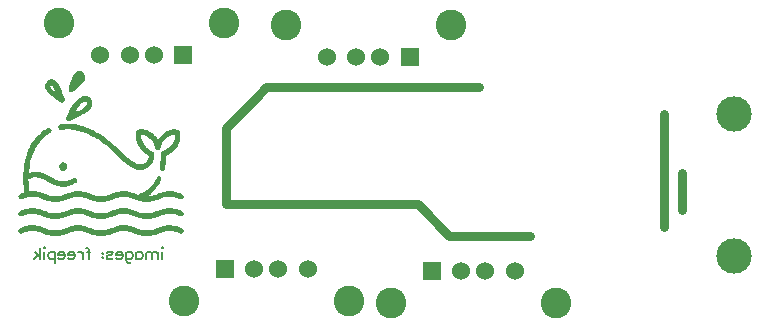
<source format=gbl>
G04 Layer: BottomLayer*
G04 EasyEDA v6.5.42, 2024-06-30 20:06:19*
G04 5c971d247c204a0cbf4ce5a758ce79e0,41c0ee39f02341fa96e3cac8100f2332,10*
G04 Gerber Generator version 0.2*
G04 Scale: 100 percent, Rotated: No, Reflected: No *
G04 Dimensions in millimeters *
G04 leading zeros omitted , absolute positions ,4 integer and 5 decimal *
%FSLAX45Y45*%
%MOMM*%

%ADD10C,0.2000*%
%ADD11C,0.8000*%
%ADD12C,3.0000*%
%ADD13C,2.6000*%
%ADD14C,1.5240*%
%ADD15R,1.5240X1.5240*%
%ADD16C,0.6200*%
%ADD17C,0.0106*%

%LPD*%
G36*
X2455265Y5080762D02*
G01*
X2444292Y5077866D01*
X2442260Y5077815D01*
X2430526Y5071414D01*
X2424480Y5066944D01*
X2412847Y5054650D01*
X2406040Y5044490D01*
X2403449Y5039969D01*
X2398166Y5029657D01*
X2391460Y5014214D01*
X2383885Y4992624D01*
X2432354Y4992624D01*
X2432354Y4994808D01*
X2439822Y5012080D01*
X2444292Y5019395D01*
X2446020Y5021326D01*
X2446020Y5022494D01*
X2452522Y5029962D01*
X2457602Y5032248D01*
X2458974Y5032248D01*
X2460396Y5029352D01*
X2459482Y5025237D01*
X2456586Y5019395D01*
X2448458Y5007610D01*
X2433726Y4991709D01*
X2432354Y4992624D01*
X2383885Y4992624D01*
X2378913Y4974539D01*
X2369566Y4934102D01*
X2367940Y4919980D01*
X2369616Y4911394D01*
X2372918Y4905959D01*
X2378049Y4901539D01*
X2384450Y4898440D01*
X2395270Y4898440D01*
X2402636Y4902504D01*
X2406700Y4905400D01*
X2412187Y4910378D01*
X2419705Y4916322D01*
X2448610Y4941570D01*
X2458669Y4950866D01*
X2483002Y4977485D01*
X2492502Y4990998D01*
X2500731Y5006848D01*
X2500731Y5009083D01*
X2502865Y5013502D01*
X2504948Y5025237D01*
X2505608Y5034076D01*
X2502916Y5047335D01*
X2499258Y5055412D01*
X2497328Y5059070D01*
X2489911Y5067960D01*
X2480564Y5074716D01*
X2477109Y5076647D01*
X2468219Y5079441D01*
X2459329Y5080558D01*
G37*
G36*
X2220112Y5009337D02*
G01*
X2214626Y5008778D01*
X2202992Y5006746D01*
X2190699Y5000396D01*
X2184552Y4995113D01*
X2179523Y4989982D01*
X2173274Y4979924D01*
X2170074Y4970830D01*
X2167839Y4963414D01*
X2167176Y4950866D01*
X2211578Y4950866D01*
X2211578Y4954371D01*
X2214321Y4960162D01*
X2215997Y4960213D01*
X2218740Y4960823D01*
X2223058Y4959654D01*
X2231847Y4951323D01*
X2245817Y4930749D01*
X2262124Y4896764D01*
X2262124Y4893259D01*
X2261362Y4893259D01*
X2246071Y4905654D01*
X2242667Y4909108D01*
X2234438Y4916373D01*
X2226513Y4924552D01*
X2216810Y4937506D01*
X2214168Y4942890D01*
X2211578Y4950866D01*
X2167176Y4950866D01*
X2166975Y4947310D01*
X2168347Y4939233D01*
X2170633Y4929682D01*
X2172665Y4924552D01*
X2178862Y4912156D01*
X2188514Y4898085D01*
X2205075Y4879949D01*
X2212594Y4873802D01*
X2213254Y4872990D01*
X2224176Y4863338D01*
X2256332Y4839970D01*
X2259736Y4838141D01*
X2265222Y4834432D01*
X2294940Y4816094D01*
X2296058Y4816094D01*
X2306015Y4810810D01*
X2313076Y4810099D01*
X2319629Y4812284D01*
X2326081Y4817059D01*
X2330653Y4823612D01*
X2332736Y4833366D01*
X2331059Y4844288D01*
X2325725Y4857038D01*
X2325725Y4858816D01*
X2323084Y4864252D01*
X2320086Y4872329D01*
X2317496Y4878374D01*
X2317496Y4879543D01*
X2309469Y4899507D01*
X2308453Y4903216D01*
X2306574Y4906111D01*
X2306574Y4907940D01*
X2289962Y4945126D01*
X2281885Y4960264D01*
X2272741Y4974539D01*
X2258466Y4991150D01*
X2247849Y4999736D01*
X2238552Y5004409D01*
X2233523Y5007254D01*
X2227630Y5007406D01*
G37*
G36*
X2505151Y4869484D02*
G01*
X2492857Y4868824D01*
X2485390Y4866081D01*
X2482748Y4866081D01*
X2470302Y4859985D01*
X2459329Y4853381D01*
X2437485Y4834585D01*
X2422347Y4817211D01*
X2414727Y4807966D01*
X2397810Y4784090D01*
X2380538Y4756150D01*
X2366239Y4729378D01*
X2419350Y4729378D01*
X2419350Y4732274D01*
X2424176Y4739589D01*
X2424176Y4740859D01*
X2426868Y4743551D01*
X2426868Y4744669D01*
X2436114Y4759096D01*
X2448915Y4777486D01*
X2450490Y4778959D01*
X2460244Y4791456D01*
X2472334Y4804105D01*
X2480005Y4810556D01*
X2487371Y4815636D01*
X2492146Y4818380D01*
X2502255Y4821986D01*
X2509266Y4821834D01*
X2512771Y4820716D01*
X2516073Y4818837D01*
X2519172Y4815789D01*
X2522677Y4807610D01*
X2521915Y4802378D01*
X2519781Y4797348D01*
X2515209Y4789982D01*
X2507792Y4781905D01*
X2497226Y4773066D01*
X2489454Y4767630D01*
X2466898Y4752848D01*
X2423109Y4730953D01*
X2419350Y4729378D01*
X2366239Y4729378D01*
X2359914Y4717186D01*
X2357170Y4712766D01*
X2351074Y4701032D01*
X2345283Y4688535D01*
X2342997Y4679137D01*
X2345029Y4669180D01*
X2350008Y4662068D01*
X2356662Y4657394D01*
X2365756Y4655616D01*
X2376525Y4658004D01*
X2377998Y4659274D01*
X2383485Y4661154D01*
X2386177Y4663135D01*
X2388260Y4663135D01*
X2393391Y4666081D01*
X2394966Y4666081D01*
X2400554Y4668875D01*
X2430627Y4681880D01*
X2464562Y4698441D01*
X2465273Y4698441D01*
X2489098Y4711293D01*
X2499664Y4717592D01*
X2503779Y4720488D01*
X2516784Y4728870D01*
X2517444Y4729734D01*
X2530449Y4739843D01*
X2544724Y4753965D01*
X2556154Y4769408D01*
X2563063Y4784648D01*
X2565806Y4792929D01*
X2566466Y4816703D01*
X2563622Y4825644D01*
X2563622Y4827676D01*
X2557526Y4840478D01*
X2552446Y4847336D01*
X2543759Y4856429D01*
X2536190Y4861306D01*
X2533192Y4862982D01*
X2526334Y4865878D01*
X2518816Y4868570D01*
G37*
G36*
X2365705Y4633518D02*
G01*
X2330145Y4632960D01*
X2319883Y4631537D01*
X2298700Y4630115D01*
X2290673Y4627067D01*
X2288946Y4625187D01*
X2285034Y4621631D01*
X2282291Y4617212D01*
X2279904Y4610608D01*
X2279954Y4602480D01*
X2283002Y4593437D01*
X2287879Y4587748D01*
X2294585Y4583379D01*
X2318512Y4583531D01*
X2342489Y4585462D01*
X2373884Y4584496D01*
X2397150Y4583074D01*
X2406700Y4580839D01*
X2412187Y4580839D01*
X2447036Y4573676D01*
X2454554Y4571898D01*
X2474417Y4566005D01*
X2482596Y4563160D01*
X2485339Y4563110D01*
X2490825Y4560265D01*
X2493264Y4560214D01*
X2498598Y4557268D01*
X2501036Y4557217D01*
X2506522Y4554372D01*
X2508554Y4554270D01*
X2514041Y4551476D01*
X2515870Y4551426D01*
X2534564Y4542739D01*
X2537968Y4541672D01*
X2540660Y4539640D01*
X2542387Y4539640D01*
X2557119Y4532172D01*
X2582418Y4518761D01*
X2596743Y4510176D01*
X2598826Y4508754D01*
X2604262Y4505858D01*
X2606344Y4504385D01*
X2614320Y4499559D01*
X2648051Y4476800D01*
X2648712Y4475988D01*
X2664460Y4464659D01*
X2678785Y4453991D01*
X2717088Y4422800D01*
X2721864Y4418279D01*
X2729738Y4411624D01*
X2745486Y4397806D01*
X2773832Y4371086D01*
X2825089Y4320082D01*
X2835351Y4310583D01*
X2852420Y4295800D01*
X2869488Y4282389D01*
X2891383Y4267657D01*
X2916682Y4254449D01*
X2923336Y4251452D01*
X2925572Y4251401D01*
X2931058Y4248556D01*
X2933750Y4248505D01*
X2937865Y4246168D01*
X2946755Y4244035D01*
X2956306Y4242511D01*
X2967939Y4240022D01*
X2989122Y4240276D01*
X3013811Y4246067D01*
X3016504Y4247692D01*
X3029356Y4253636D01*
X3044647Y4264609D01*
X3058363Y4278985D01*
X3068574Y4292955D01*
X3077362Y4309872D01*
X3080258Y4316476D01*
X3081274Y4320184D01*
X3082290Y4321657D01*
X3083966Y4327296D01*
X3085846Y4331208D01*
X3085947Y4334865D01*
X3087928Y4340758D01*
X3090976Y4355490D01*
X3090926Y4378248D01*
X3088589Y4382973D01*
X3088589Y4385157D01*
X3085541Y4390542D01*
X3080105Y4397146D01*
X3065729Y4405833D01*
X3056128Y4411065D01*
X3044139Y4419447D01*
X3032760Y4428388D01*
X3030016Y4431182D01*
X3021279Y4439259D01*
X3008985Y4453382D01*
X3004870Y4458411D01*
X2995066Y4473854D01*
X2993847Y4475327D01*
X2985414Y4493869D01*
X2979318Y4515764D01*
X2978912Y4536338D01*
X2997352Y4536795D01*
X3010306Y4533646D01*
X3014421Y4532376D01*
X3020568Y4530039D01*
X3024886Y4527854D01*
X3026257Y4527854D01*
X3032912Y4523994D01*
X3038348Y4520539D01*
X3041802Y4518710D01*
X3046780Y4515002D01*
X3057499Y4506214D01*
X3069691Y4493666D01*
X3082798Y4475835D01*
X3088233Y4466488D01*
X3091332Y4459376D01*
X3091332Y4457395D01*
X3099460Y4438548D01*
X3100374Y4431233D01*
X3104997Y4420666D01*
X3111754Y4414164D01*
X3120948Y4410811D01*
X3127248Y4411522D01*
X3132023Y4413961D01*
X3136798Y4417669D01*
X3143300Y4428185D01*
X3143351Y4430471D01*
X3145993Y4436364D01*
X3146094Y4438548D01*
X3148736Y4444441D01*
X3148787Y4446625D01*
X3151428Y4452518D01*
X3151479Y4454144D01*
X3155645Y4463542D01*
X3158947Y4469434D01*
X3159963Y4471619D01*
X3166821Y4482642D01*
X3174238Y4492193D01*
X3186023Y4504740D01*
X3193643Y4511700D01*
X3204464Y4519066D01*
X3212338Y4524095D01*
X3219653Y4527854D01*
X3220720Y4527854D01*
X3226358Y4530699D01*
X3233420Y4533747D01*
X3236772Y4533747D01*
X3245053Y4536592D01*
X3265271Y4538116D01*
X3266440Y4536338D01*
X3265779Y4522368D01*
X3263442Y4506214D01*
X3260852Y4497730D01*
X3260801Y4495901D01*
X3258159Y4490008D01*
X3258159Y4488230D01*
X3251809Y4475327D01*
X3250336Y4473295D01*
X3243630Y4460798D01*
X3229762Y4443628D01*
X3226358Y4439869D01*
X3212693Y4428134D01*
X3205835Y4422851D01*
X3182620Y4410252D01*
X3179572Y4410252D01*
X3172612Y4407306D01*
X3170580Y4407306D01*
X3164840Y4404512D01*
X3160471Y4403547D01*
X3158845Y4401413D01*
X3157169Y4401413D01*
X3150057Y4394098D01*
X3146044Y4384852D01*
X3145282Y4338574D01*
X3143961Y4327550D01*
X3142589Y4302506D01*
X3140456Y4287113D01*
X3137509Y4269435D01*
X3137458Y4248861D01*
X3139998Y4243933D01*
X3145536Y4237431D01*
X3152292Y4233773D01*
X3164535Y4233773D01*
X3172510Y4238142D01*
X3178149Y4245203D01*
X3179673Y4251045D01*
X3180892Y4252671D01*
X3182315Y4267657D01*
X3183585Y4271213D01*
X3184956Y4285640D01*
X3186379Y4290771D01*
X3187750Y4316476D01*
X3189224Y4325315D01*
X3189681Y4361891D01*
X3190494Y4362704D01*
X3201568Y4366869D01*
X3221888Y4377283D01*
X3226358Y4380484D01*
X3229762Y4382312D01*
X3240024Y4389932D01*
X3253028Y4400905D01*
X3266490Y4415028D01*
X3279698Y4432655D01*
X3287877Y4445914D01*
X3292297Y4454702D01*
X3298494Y4468368D01*
X3304743Y4487824D01*
X3307334Y4496612D01*
X3307334Y4500270D01*
X3309975Y4512056D01*
X3311651Y4537811D01*
X3309975Y4553610D01*
X3306876Y4563059D01*
X3304641Y4566818D01*
X3304641Y4567986D01*
X3298240Y4575810D01*
X3292805Y4579518D01*
X3286607Y4583023D01*
X3277768Y4584547D01*
X3275584Y4585766D01*
X3259836Y4586630D01*
X3246831Y4585360D01*
X3235248Y4583633D01*
X3224276Y4580737D01*
X3214725Y4577689D01*
X3208883Y4574946D01*
X3207461Y4574946D01*
X3195828Y4569053D01*
X3195218Y4569053D01*
X3180537Y4559858D01*
X3172358Y4554118D01*
X3165043Y4547717D01*
X3164128Y4547666D01*
X3152495Y4535881D01*
X3140151Y4522825D01*
X3123793Y4499203D01*
X3121761Y4499254D01*
X3111398Y4514291D01*
X3110128Y4516729D01*
X3099663Y4528972D01*
X3092297Y4537049D01*
X3086912Y4542078D01*
X3073044Y4553966D01*
X3057499Y4564634D01*
X3031439Y4577232D01*
X3016504Y4580890D01*
X3006902Y4583734D01*
X2978200Y4585309D01*
X2970834Y4583734D01*
X2965196Y4583684D01*
X2949498Y4580331D01*
X2943809Y4576470D01*
X2938932Y4571085D01*
X2937357Y4565751D01*
X2936138Y4564075D01*
X2934766Y4551121D01*
X2933242Y4544771D01*
X2933954Y4517237D01*
X2936748Y4500321D01*
X2941472Y4481931D01*
X2943656Y4477512D01*
X2943707Y4476292D01*
X2945892Y4470908D01*
X2953359Y4454702D01*
X2963824Y4437075D01*
X2967228Y4432960D01*
X2972714Y4425188D01*
X2980080Y4415739D01*
X2998012Y4396994D01*
X3024022Y4375912D01*
X3041802Y4365142D01*
X3045714Y4362094D01*
X3044952Y4352290D01*
X3042107Y4345635D01*
X3042107Y4343247D01*
X3039262Y4335627D01*
X3032912Y4321657D01*
X3030016Y4316933D01*
X3021939Y4307078D01*
X3011627Y4298086D01*
X2996285Y4290415D01*
X2980994Y4288028D01*
X2962503Y4289755D01*
X2957017Y4291126D01*
X2948127Y4293920D01*
X2935833Y4298594D01*
X2924200Y4304538D01*
X2917139Y4308398D01*
X2903016Y4317085D01*
X2887268Y4328566D01*
X2872943Y4339793D01*
X2870860Y4341876D01*
X2862681Y4348784D01*
X2838145Y4372254D01*
X2803347Y4406950D01*
X2775153Y4433468D01*
X2763570Y4443679D01*
X2760827Y4446371D01*
X2753309Y4452518D01*
X2752598Y4453432D01*
X2730500Y4472381D01*
X2709164Y4489297D01*
X2701188Y4495901D01*
X2658262Y4526838D01*
X2630932Y4544720D01*
X2626817Y4547006D01*
X2620670Y4550816D01*
X2608376Y4557826D01*
X2601518Y4562144D01*
X2572512Y4577283D01*
X2546705Y4589627D01*
X2545638Y4589627D01*
X2528265Y4597806D01*
X2523591Y4599127D01*
X2512009Y4603699D01*
X2507132Y4605020D01*
X2503119Y4607255D01*
X2501087Y4607306D01*
X2494229Y4610049D01*
X2472334Y4616297D01*
X2464460Y4619040D01*
X2461564Y4619040D01*
X2451150Y4621885D01*
X2426563Y4627168D01*
X2411526Y4628642D01*
X2406700Y4630064D01*
G37*
G36*
X2205736Y4598466D02*
G01*
X2192070Y4598060D01*
X2183841Y4593640D01*
X2164740Y4582312D01*
X2159965Y4579924D01*
X2159254Y4578908D01*
X2131923Y4558944D01*
X2128164Y4555134D01*
X2112111Y4540961D01*
X2084933Y4511344D01*
X2077059Y4500321D01*
X2074011Y4496612D01*
X2066340Y4485589D01*
X2049881Y4459122D01*
X2039416Y4439259D01*
X2024938Y4407662D01*
X2024938Y4406341D01*
X2022348Y4400296D01*
X2016607Y4384852D01*
X2014016Y4378604D01*
X2013966Y4376064D01*
X2011324Y4370171D01*
X2011222Y4367225D01*
X2008581Y4361332D01*
X2008479Y4358386D01*
X2005838Y4352544D01*
X2005787Y4349292D01*
X2004263Y4345178D01*
X1998065Y4320895D01*
X1990039Y4278172D01*
X1988667Y4262069D01*
X1987397Y4256938D01*
X1985873Y4239768D01*
X1984552Y4234891D01*
X1983232Y4204004D01*
X1981555Y4185615D01*
X1981758Y4140758D01*
X1983892Y4099610D01*
X1986584Y4076090D01*
X1988870Y4052163D01*
X1983587Y4049725D01*
X1975357Y4047185D01*
X1956917Y4039565D01*
X1951431Y4036568D01*
X1946351Y4032910D01*
X1943303Y4027576D01*
X1941575Y4023512D01*
X1940153Y4023512D01*
X1940153Y4008831D01*
X1941575Y4008831D01*
X1943303Y4004767D01*
X1946351Y3999433D01*
X1955495Y3993134D01*
X1965401Y3992422D01*
X1977288Y3996486D01*
X1980844Y3998518D01*
X1982673Y3998518D01*
X1986991Y4000652D01*
X1993138Y4003090D01*
X2000656Y4004919D01*
X2008174Y4007256D01*
X2019858Y4010304D01*
X2024735Y4010304D01*
X2039620Y4013250D01*
X2079294Y4013200D01*
X2086813Y4011726D01*
X2103882Y4008882D01*
X2123033Y4003852D01*
X2137359Y3998315D01*
X2143252Y3995572D01*
X2144674Y3995572D01*
X2148992Y3993438D01*
X2160625Y3988917D01*
X2163368Y3987546D01*
X2172919Y3983939D01*
X2182520Y3980840D01*
X2184450Y3980891D01*
X2193442Y3977995D01*
X2202027Y3975709D01*
X2215692Y3974185D01*
X2219401Y3972661D01*
X2244039Y3971239D01*
X2261108Y3971239D01*
X2286406Y3972661D01*
X2290114Y3974185D01*
X2303780Y3975709D01*
X2319883Y3980332D01*
X2334971Y3984345D01*
X2339340Y3986733D01*
X2340864Y3986733D01*
X2345182Y3988917D01*
X2353767Y3992219D01*
X2361133Y3995572D01*
X2362606Y3995572D01*
X2368448Y3998315D01*
X2382774Y4003852D01*
X2398674Y4007916D01*
X2403297Y4009491D01*
X2416302Y4011066D01*
X2421737Y4012742D01*
X2447036Y4013606D01*
X2470962Y4012742D01*
X2476449Y4011066D01*
X2489200Y4009491D01*
X2497632Y4007256D01*
X2505151Y4004919D01*
X2512669Y4003090D01*
X2518816Y4000652D01*
X2523134Y3998518D01*
X2524760Y3998518D01*
X2529078Y3996385D01*
X2540711Y3991864D01*
X2543454Y3990492D01*
X2555036Y3985971D01*
X2559354Y3983786D01*
X2561488Y3983786D01*
X2568041Y3981399D01*
X2587193Y3976420D01*
X2612491Y3972102D01*
X2640177Y3970883D01*
X2667863Y3972102D01*
X2693162Y3976420D01*
X2712262Y3981399D01*
X2718816Y3983786D01*
X2720949Y3983786D01*
X2725267Y3985971D01*
X2736900Y3990492D01*
X2739644Y3991864D01*
X2751277Y3996385D01*
X2755544Y3998518D01*
X2757220Y3998518D01*
X2761488Y4000652D01*
X2767634Y4003090D01*
X2775153Y4004919D01*
X2782671Y4007256D01*
X2794355Y4010304D01*
X2799791Y4010304D01*
X2809341Y4012641D01*
X2833268Y4013606D01*
X2858566Y4012742D01*
X2864053Y4011066D01*
X2877058Y4009491D01*
X2881680Y4007916D01*
X2897530Y4003852D01*
X2911906Y3998315D01*
X2917748Y3995572D01*
X2919222Y3995572D01*
X2923540Y3993438D01*
X2933750Y3989527D01*
X2939643Y3986733D01*
X2941269Y3986733D01*
X2945180Y3984548D01*
X2967278Y3978097D01*
X2980486Y3974998D01*
X2984500Y3974998D01*
X2998012Y3971848D01*
X3053384Y3971747D01*
X3073908Y3975100D01*
X3085236Y3977944D01*
X3088284Y3977894D01*
X3106115Y3983786D01*
X3108553Y3983786D01*
X3112871Y3985971D01*
X3124504Y3990441D01*
X3128111Y3992626D01*
X3129940Y3992676D01*
X3135426Y3995521D01*
X3137103Y3995572D01*
X3142945Y3998315D01*
X3157321Y4003852D01*
X3176422Y4008882D01*
X3201060Y4013200D01*
X3240684Y4013250D01*
X3255568Y4010304D01*
X3260496Y4010304D01*
X3272129Y4007256D01*
X3279648Y4004919D01*
X3287166Y4003090D01*
X3293364Y4000652D01*
X3297631Y3998518D01*
X3299510Y3998518D01*
X3303066Y3996486D01*
X3314903Y3992422D01*
X3324809Y3993134D01*
X3333953Y3999433D01*
X3337051Y4004767D01*
X3338728Y4008831D01*
X3340150Y4008831D01*
X3340150Y4023512D01*
X3338728Y4023512D01*
X3337051Y4027576D01*
X3333953Y4032910D01*
X3328873Y4036517D01*
X3323945Y4039666D01*
X3322269Y4039666D01*
X3317951Y4041851D01*
X3306318Y4046321D01*
X3303574Y4047845D01*
X3271418Y4056634D01*
X3258667Y4058158D01*
X3255060Y4059682D01*
X3229762Y4060951D01*
X3222904Y4061663D01*
X3192830Y4060190D01*
X3177794Y4057396D01*
X3169615Y4056532D01*
X3140202Y4048353D01*
X3134360Y4045559D01*
X3132886Y4045559D01*
X3128568Y4043426D01*
X3102610Y4033012D01*
X3099866Y4031640D01*
X3089503Y4027932D01*
X3087573Y4027932D01*
X3078683Y4025137D01*
X3069132Y4022750D01*
X3057499Y4021226D01*
X3052724Y4019905D01*
X3037535Y4018889D01*
X3035147Y4020362D01*
X3051352Y4031843D01*
X3060242Y4039412D01*
X3065322Y4043070D01*
X3081426Y4057650D01*
X3107486Y4085640D01*
X3126130Y4110939D01*
X3140456Y4134154D01*
X3151784Y4156964D01*
X3151835Y4172661D01*
X3148939Y4176826D01*
X3148025Y4179722D01*
X3142132Y4184700D01*
X3138830Y4186580D01*
X3131159Y4188409D01*
X3122117Y4186682D01*
X3116986Y4183075D01*
X3115614Y4181805D01*
X3111449Y4176826D01*
X3098088Y4151833D01*
X3085134Y4131970D01*
X3071876Y4115054D01*
X3050692Y4092397D01*
X3029661Y4074210D01*
X3006242Y4057700D01*
X2980232Y4042867D01*
X2955645Y4031538D01*
X2940608Y4037533D01*
X2937865Y4038904D01*
X2926232Y4043426D01*
X2921965Y4045559D01*
X2920492Y4045559D01*
X2914650Y4048353D01*
X2885236Y4056532D01*
X2877718Y4057396D01*
X2861970Y4060190D01*
X2833979Y4061612D01*
X2805277Y4060190D01*
X2794711Y4058005D01*
X2783382Y4056634D01*
X2773832Y4054195D01*
X2766974Y4052011D01*
X2751277Y4047845D01*
X2748534Y4046321D01*
X2736900Y4041851D01*
X2734157Y4040479D01*
X2723896Y4036568D01*
X2718054Y4033824D01*
X2716377Y4033774D01*
X2712974Y4031894D01*
X2701340Y4028033D01*
X2682189Y4022648D01*
X2669895Y4021277D01*
X2665120Y4019448D01*
X2615234Y4019448D01*
X2610408Y4021277D01*
X2598115Y4022648D01*
X2578963Y4028033D01*
X2567381Y4031894D01*
X2563926Y4033774D01*
X2562250Y4033824D01*
X2556408Y4036568D01*
X2544826Y4041140D01*
X2543454Y4041851D01*
X2531821Y4046321D01*
X2529078Y4047845D01*
X2509926Y4053078D01*
X2506522Y4054195D01*
X2496972Y4056634D01*
X2485593Y4058005D01*
X2475077Y4060190D01*
X2446375Y4061612D01*
X2418334Y4060190D01*
X2403297Y4057396D01*
X2395118Y4056532D01*
X2365705Y4048353D01*
X2359863Y4045559D01*
X2358390Y4045559D01*
X2354072Y4043426D01*
X2342438Y4038904D01*
X2338171Y4036771D01*
X2336495Y4036771D01*
X2332228Y4034586D01*
X2316480Y4028440D01*
X2300579Y4024426D01*
X2295956Y4022801D01*
X2283104Y4021277D01*
X2276856Y4019448D01*
X2229002Y4019448D01*
X2222754Y4021277D01*
X2209850Y4022801D01*
X2205228Y4024426D01*
X2189327Y4028440D01*
X2173630Y4034586D01*
X2169312Y4036771D01*
X2167483Y4036822D01*
X2161997Y4039615D01*
X2159965Y4039717D01*
X2154478Y4042562D01*
X2152446Y4042664D01*
X2146960Y4045508D01*
X2144877Y4045610D01*
X2139442Y4048455D01*
X2137359Y4048506D01*
X2133447Y4050690D01*
X2124557Y4052265D01*
X2122322Y4053484D01*
X2112518Y4055110D01*
X2108962Y4056583D01*
X2090877Y4059580D01*
X2066950Y4061155D01*
X2033625Y4060647D01*
X2032609Y4064304D01*
X2031085Y4075328D01*
X2029612Y4095191D01*
X2028291Y4101084D01*
X2026970Y4137863D01*
X2025599Y4162044D01*
X2028342Y4165041D01*
X2037943Y4168648D01*
X2043734Y4171238D01*
X2054504Y4174947D01*
X2057400Y4174947D01*
X2066950Y4177893D01*
X2091588Y4179468D01*
X2095703Y4178655D01*
X2110536Y4177182D01*
X2127148Y4172000D01*
X2129485Y4172051D01*
X2141880Y4166158D01*
X2143404Y4166158D01*
X2148992Y4163364D01*
X2220925Y4124960D01*
X2222601Y4124960D01*
X2226259Y4122826D01*
X2247138Y4113225D01*
X2248814Y4113174D01*
X2254300Y4110329D01*
X2256688Y4110278D01*
X2261819Y4107891D01*
X2280920Y4102912D01*
X2298039Y4099915D01*
X2317851Y4098290D01*
X2340406Y4099915D01*
X2354783Y4102252D01*
X2361488Y4104386D01*
X2366060Y4104386D01*
X2384145Y4110482D01*
X2390546Y4113225D01*
X2393035Y4113276D01*
X2398522Y4116120D01*
X2400300Y4116171D01*
X2405329Y4118965D01*
X2421077Y4126585D01*
X2430932Y4131818D01*
X2436418Y4137456D01*
X2439974Y4145178D01*
X2440686Y4154728D01*
X2437892Y4163263D01*
X2432253Y4170527D01*
X2423820Y4175150D01*
X2411526Y4174490D01*
X2375357Y4157319D01*
X2373020Y4157319D01*
X2365705Y4154576D01*
X2349296Y4149851D01*
X2341778Y4148582D01*
X2324709Y4146753D01*
X2316480Y4146702D01*
X2294585Y4148582D01*
X2285746Y4151223D01*
X2278227Y4152900D01*
X2270658Y4155135D01*
X2266391Y4157319D01*
X2264511Y4157370D01*
X2259076Y4160215D01*
X2257196Y4160265D01*
X2236520Y4170730D01*
X2167331Y4207306D01*
X2165756Y4207306D01*
X2160625Y4210253D01*
X2158796Y4210253D01*
X2155139Y4212437D01*
X2145588Y4215993D01*
X2135327Y4219295D01*
X2128012Y4222038D01*
X2124354Y4222038D01*
X2116175Y4224324D01*
X2099767Y4226560D01*
X2075840Y4226814D01*
X2053285Y4223613D01*
X2030171Y4217111D01*
X2028189Y4216704D01*
X2028850Y4224578D01*
X2035505Y4278071D01*
X2036470Y4284522D01*
X2041448Y4309160D01*
X2047392Y4333900D01*
X2049525Y4339691D01*
X2049576Y4342231D01*
X2052218Y4348124D01*
X2052320Y4351070D01*
X2054961Y4356912D01*
X2055063Y4359859D01*
X2057704Y4365752D01*
X2057755Y4367987D01*
X2059584Y4370882D01*
X2061311Y4376572D01*
X2063191Y4380484D01*
X2063191Y4381703D01*
X2069490Y4396638D01*
X2077161Y4413554D01*
X2090470Y4438700D01*
X2094992Y4445660D01*
X2100072Y4453991D01*
X2104288Y4460341D01*
X2120442Y4481931D01*
X2142185Y4505604D01*
X2158593Y4520082D01*
X2159304Y4521149D01*
X2183180Y4538675D01*
X2207107Y4552442D01*
X2215134Y4558741D01*
X2218740Y4564278D01*
X2220569Y4568698D01*
X2221738Y4576419D01*
X2218842Y4586325D01*
X2214981Y4592066D01*
X2211933Y4594402D01*
G37*
G36*
X2312670Y4307332D02*
G01*
X2304491Y4303572D01*
X2297328Y4298238D01*
X2294178Y4294428D01*
X2288082Y4284522D01*
X2286609Y4276090D01*
X2287270Y4261256D01*
X2290572Y4254754D01*
X2294178Y4248861D01*
X2296668Y4245711D01*
X2303678Y4240530D01*
X2310993Y4236466D01*
X2328113Y4236466D01*
X2335580Y4240580D01*
X2343810Y4247235D01*
X2349652Y4256379D01*
X2353056Y4266844D01*
X2353005Y4276090D01*
X2351786Y4281220D01*
X2349957Y4286351D01*
X2343150Y4297222D01*
X2334310Y4303877D01*
X2326741Y4307230D01*
G37*
G36*
X3222904Y3916527D02*
G01*
X3198977Y3916070D01*
X3179165Y3913124D01*
X3163468Y3910177D01*
X3148431Y3905758D01*
X3140252Y3903726D01*
X3137458Y3902252D01*
X3125876Y3897731D01*
X3123133Y3896360D01*
X3111500Y3891889D01*
X3108756Y3890467D01*
X3091688Y3883964D01*
X3082798Y3881628D01*
X3070606Y3877919D01*
X3066135Y3877919D01*
X3052013Y3874770D01*
X3002788Y3874770D01*
X2988716Y3877919D01*
X2984195Y3877919D01*
X2975610Y3880865D01*
X2973070Y3880865D01*
X2965196Y3883609D01*
X2959760Y3885133D01*
X2950159Y3889044D01*
X2946095Y3890416D01*
X2943352Y3891889D01*
X2931718Y3896360D01*
X2928975Y3897731D01*
X2917342Y3902252D01*
X2914599Y3903726D01*
X2906420Y3905758D01*
X2891383Y3910177D01*
X2875686Y3913124D01*
X2856534Y3916172D01*
X2811424Y3916172D01*
X2775864Y3910126D01*
X2767990Y3907332D01*
X2765247Y3907332D01*
X2757424Y3904640D01*
X2751937Y3903065D01*
X2745790Y3900678D01*
X2743047Y3899306D01*
X2725978Y3892346D01*
X2718460Y3889501D01*
X2712567Y3886758D01*
X2710942Y3886758D01*
X2706928Y3884523D01*
X2690418Y3880358D01*
X2683002Y3877919D01*
X2678531Y3877919D01*
X2664460Y3874770D01*
X2615895Y3874770D01*
X2601772Y3877919D01*
X2597353Y3877919D01*
X2589936Y3880358D01*
X2573375Y3884523D01*
X2569413Y3886758D01*
X2567736Y3886758D01*
X2561894Y3889501D01*
X2554376Y3892346D01*
X2528417Y3903065D01*
X2522931Y3904640D01*
X2515057Y3907332D01*
X2512364Y3907332D01*
X2504490Y3910126D01*
X2488082Y3913124D01*
X2468930Y3916172D01*
X2423820Y3916172D01*
X2404668Y3913124D01*
X2388920Y3910177D01*
X2376982Y3906672D01*
X2365756Y3903726D01*
X2362962Y3902252D01*
X2349957Y3897071D01*
X2348636Y3896360D01*
X2337003Y3891889D01*
X2334260Y3890416D01*
X2330145Y3889044D01*
X2320594Y3885184D01*
X2308301Y3881424D01*
X2294585Y3878021D01*
X2284374Y3876548D01*
X2277516Y3874820D01*
X2228291Y3874770D01*
X2214168Y3877919D01*
X2209749Y3877919D01*
X2200960Y3880662D01*
X2188667Y3883964D01*
X2171547Y3890467D01*
X2168804Y3891889D01*
X2157222Y3896360D01*
X2154478Y3897731D01*
X2142845Y3902252D01*
X2140102Y3903726D01*
X2125776Y3907485D01*
X2116886Y3910177D01*
X2095703Y3913987D01*
X2081987Y3916172D01*
X2036876Y3916172D01*
X2017775Y3913124D01*
X2001367Y3910126D01*
X1993493Y3907332D01*
X1990750Y3907332D01*
X1982876Y3904640D01*
X1977440Y3903065D01*
X1971293Y3900678D01*
X1968550Y3899306D01*
X1956917Y3894785D01*
X1952142Y3892296D01*
X1946910Y3888333D01*
X1943201Y3882694D01*
X1941575Y3878681D01*
X1940153Y3878681D01*
X1940153Y3864711D01*
X1941372Y3864711D01*
X1943150Y3859936D01*
X1946656Y3854754D01*
X1948688Y3852976D01*
X1955546Y3848760D01*
X1962657Y3847744D01*
X1971446Y3849268D01*
X1975357Y3851452D01*
X1977440Y3851503D01*
X1982876Y3854348D01*
X1984552Y3854399D01*
X1990394Y3857193D01*
X1999996Y3860190D01*
X2017775Y3864762D01*
X2027986Y3866286D01*
X2040331Y3868674D01*
X2077212Y3868674D01*
X2092960Y3866083D01*
X2108657Y3863086D01*
X2116531Y3860292D01*
X2119071Y3860292D01*
X2129840Y3856583D01*
X2132584Y3855212D01*
X2144217Y3850690D01*
X2148535Y3848506D01*
X2150160Y3848506D01*
X2154478Y3846372D01*
X2167483Y3841140D01*
X2168804Y3840378D01*
X2181809Y3836619D01*
X2190699Y3833825D01*
X2192731Y3833825D01*
X2201418Y3830878D01*
X2206548Y3830878D01*
X2219401Y3828034D01*
X2244699Y3826103D01*
X2261108Y3826103D01*
X2286406Y3828034D01*
X2299258Y3830878D01*
X2304389Y3830878D01*
X2313076Y3833825D01*
X2315210Y3833825D01*
X2337003Y3840378D01*
X2339746Y3841851D01*
X2351328Y3846372D01*
X2354072Y3847744D01*
X2364333Y3851656D01*
X2370175Y3854399D01*
X2371648Y3854399D01*
X2375966Y3856583D01*
X2386736Y3860292D01*
X2389276Y3860292D01*
X2397150Y3863086D01*
X2412847Y3866083D01*
X2428595Y3868674D01*
X2464155Y3868724D01*
X2488082Y3864711D01*
X2502763Y3861054D01*
X2515412Y3857193D01*
X2521254Y3854399D01*
X2522931Y3854348D01*
X2528417Y3851503D01*
X2530246Y3851452D01*
X2534564Y3849319D01*
X2546197Y3844798D01*
X2550464Y3842664D01*
X2552039Y3842664D01*
X2556256Y3840327D01*
X2563266Y3838143D01*
X2576576Y3834536D01*
X2586329Y3831539D01*
X2597048Y3830218D01*
X2607005Y3828034D01*
X2632303Y3826103D01*
X2648051Y3826103D01*
X2673299Y3828034D01*
X2683256Y3830218D01*
X2694025Y3831539D01*
X2724099Y3840327D01*
X2728264Y3842664D01*
X2729839Y3842664D01*
X2734157Y3844798D01*
X2745790Y3849319D01*
X2750108Y3851452D01*
X2751937Y3851503D01*
X2757424Y3854348D01*
X2759100Y3854399D01*
X2764942Y3857142D01*
X2772460Y3859784D01*
X2792272Y3864711D01*
X2816199Y3868724D01*
X2851759Y3868674D01*
X2867456Y3866083D01*
X2883204Y3863086D01*
X2891028Y3860292D01*
X2893618Y3860292D01*
X2904388Y3856583D01*
X2908706Y3854399D01*
X2910128Y3854399D01*
X2915970Y3851656D01*
X2926232Y3847744D01*
X2928975Y3846372D01*
X2940608Y3841851D01*
X2943352Y3840378D01*
X2965094Y3833825D01*
X2967278Y3833825D01*
X2975914Y3830878D01*
X2981045Y3830878D01*
X2993948Y3828034D01*
X3019196Y3826103D01*
X3035604Y3826103D01*
X3060903Y3828034D01*
X3073806Y3830878D01*
X3078886Y3830878D01*
X3087573Y3833825D01*
X3089656Y3833825D01*
X3098495Y3836619D01*
X3111500Y3840378D01*
X3114243Y3841851D01*
X3125876Y3846372D01*
X3128568Y3847744D01*
X3138830Y3851656D01*
X3144672Y3854399D01*
X3146145Y3854399D01*
X3150463Y3856583D01*
X3161233Y3860292D01*
X3163773Y3860292D01*
X3171647Y3863086D01*
X3187395Y3866083D01*
X3203092Y3868674D01*
X3240024Y3868674D01*
X3252317Y3866286D01*
X3262579Y3864762D01*
X3280359Y3860190D01*
X3289909Y3857193D01*
X3295751Y3854399D01*
X3297428Y3854348D01*
X3302914Y3851503D01*
X3304946Y3851452D01*
X3308858Y3849268D01*
X3317697Y3847744D01*
X3324809Y3848760D01*
X3331616Y3852976D01*
X3333699Y3854754D01*
X3337153Y3859936D01*
X3338982Y3864711D01*
X3340150Y3864711D01*
X3340150Y3878681D01*
X3338779Y3878681D01*
X3337102Y3882694D01*
X3333445Y3888333D01*
X3328873Y3891787D01*
X3323437Y3894785D01*
X3311804Y3899306D01*
X3309061Y3900678D01*
X3302914Y3903065D01*
X3297428Y3904640D01*
X3289554Y3907332D01*
X3287166Y3907332D01*
X3278327Y3910228D01*
X3263595Y3913225D01*
X3259175Y3913276D01*
X3249574Y3915562D01*
G37*
G36*
X3233166Y3771900D02*
G01*
X3199688Y3771442D01*
X3183280Y3769004D01*
X3166872Y3766159D01*
X3161385Y3764584D01*
X3152495Y3762451D01*
X3147060Y3760419D01*
X3141980Y3759504D01*
X3138170Y3757371D01*
X3136341Y3757371D01*
X3132023Y3755237D01*
X3120390Y3750665D01*
X3116072Y3748532D01*
X3114395Y3748532D01*
X3108756Y3745788D01*
X3101238Y3742944D01*
X3095802Y3740404D01*
X3082086Y3736644D01*
X3073247Y3733800D01*
X3070250Y3733850D01*
X3056839Y3731006D01*
X3032912Y3729075D01*
X3021939Y3729075D01*
X2998063Y3731006D01*
X2984601Y3733850D01*
X2981502Y3733850D01*
X2959049Y3740404D01*
X2956306Y3741877D01*
X2942539Y3747465D01*
X2940405Y3748532D01*
X2938780Y3748532D01*
X2934462Y3750665D01*
X2922828Y3755237D01*
X2918510Y3757371D01*
X2916682Y3757371D01*
X2912872Y3759504D01*
X2907792Y3760419D01*
X2899613Y3763060D01*
X2887980Y3766159D01*
X2855163Y3771646D01*
X2812796Y3771646D01*
X2776270Y3765550D01*
X2769717Y3763365D01*
X2763570Y3761638D01*
X2755392Y3759657D01*
X2740304Y3753662D01*
X2737561Y3752240D01*
X2727350Y3748328D01*
X2721457Y3745585D01*
X2720035Y3745585D01*
X2715717Y3743451D01*
X2708198Y3740556D01*
X2702052Y3738575D01*
X2684932Y3733901D01*
X2669235Y3730955D01*
X2646680Y3729126D01*
X2633675Y3729126D01*
X2611120Y3730955D01*
X2595372Y3733850D01*
X2573528Y3739896D01*
X2567686Y3742639D01*
X2566009Y3742690D01*
X2560523Y3745534D01*
X2558846Y3745585D01*
X2553004Y3748328D01*
X2542743Y3752240D01*
X2540000Y3753662D01*
X2524963Y3759657D01*
X2516784Y3761638D01*
X2510637Y3763365D01*
X2504084Y3765550D01*
X2483967Y3769055D01*
X2467559Y3771646D01*
X2425192Y3771646D01*
X2392375Y3766159D01*
X2380742Y3763060D01*
X2372563Y3760419D01*
X2367483Y3759504D01*
X2363673Y3757371D01*
X2361793Y3757371D01*
X2357475Y3755237D01*
X2348788Y3751834D01*
X2341575Y3748532D01*
X2339949Y3748532D01*
X2335631Y3746398D01*
X2323998Y3741877D01*
X2321255Y3740404D01*
X2305558Y3736238D01*
X2299004Y3733850D01*
X2295753Y3733850D01*
X2282291Y3731006D01*
X2258364Y3729075D01*
X2247442Y3729075D01*
X2223516Y3731006D01*
X2210104Y3733850D01*
X2207107Y3733800D01*
X2198217Y3736644D01*
X2184552Y3740404D01*
X2181809Y3741877D01*
X2171547Y3745788D01*
X2165959Y3748532D01*
X2164232Y3748532D01*
X2159965Y3750665D01*
X2151227Y3754069D01*
X2144014Y3757371D01*
X2142185Y3757371D01*
X2138324Y3759504D01*
X2133295Y3760419D01*
X2127808Y3762451D01*
X2118918Y3764584D01*
X2113483Y3766159D01*
X2097074Y3769055D01*
X2079955Y3771646D01*
X2038248Y3771646D01*
X2001774Y3765550D01*
X1995220Y3763365D01*
X1981504Y3759758D01*
X1965807Y3753612D01*
X1961489Y3751478D01*
X1959914Y3751478D01*
X1952142Y3747566D01*
X1946249Y3742791D01*
X1943252Y3737864D01*
X1941575Y3733850D01*
X1940153Y3733850D01*
X1940153Y3719880D01*
X1941372Y3719880D01*
X1943150Y3715105D01*
X1948383Y3708196D01*
X1954174Y3704590D01*
X1962150Y3702812D01*
X1971293Y3704539D01*
X1977136Y3707384D01*
X1978812Y3707434D01*
X1984248Y3710279D01*
X1986076Y3710330D01*
X1990394Y3712514D01*
X1997913Y3714800D01*
X2005431Y3716731D01*
X2012950Y3719068D01*
X2029358Y3722065D01*
X2052777Y3724300D01*
X2066950Y3724249D01*
X2093620Y3721404D01*
X2103221Y3719169D01*
X2106066Y3719118D01*
X2127808Y3712718D01*
X2134971Y3709568D01*
X2142845Y3706571D01*
X2145588Y3705199D01*
X2157222Y3700729D01*
X2159965Y3699306D01*
X2166112Y3696919D01*
X2177694Y3692855D01*
X2183841Y3691077D01*
X2192731Y3688943D01*
X2197912Y3686759D01*
X2201621Y3686810D01*
X2216658Y3683965D01*
X2228291Y3682390D01*
X2252929Y3680764D01*
X2276957Y3682288D01*
X2289149Y3683965D01*
X2304186Y3686810D01*
X2307894Y3686759D01*
X2313076Y3688943D01*
X2321966Y3691077D01*
X2328113Y3692855D01*
X2339746Y3696919D01*
X2345893Y3699306D01*
X2348636Y3700729D01*
X2360218Y3705199D01*
X2362962Y3706571D01*
X2370836Y3709568D01*
X2377998Y3712718D01*
X2399893Y3719017D01*
X2407412Y3720033D01*
X2410561Y3721354D01*
X2439517Y3724249D01*
X2453030Y3724300D01*
X2476449Y3722065D01*
X2492857Y3719068D01*
X2500376Y3716731D01*
X2515412Y3712514D01*
X2519730Y3710330D01*
X2521356Y3710330D01*
X2525674Y3708146D01*
X2537307Y3703675D01*
X2540000Y3702253D01*
X2551633Y3697782D01*
X2554376Y3696411D01*
X2563266Y3693210D01*
X2576931Y3689604D01*
X2585821Y3686759D01*
X2589428Y3686759D01*
X2603601Y3683965D01*
X2616606Y3682288D01*
X2640177Y3680764D01*
X2663748Y3682288D01*
X2676753Y3683965D01*
X2690876Y3686759D01*
X2694533Y3686759D01*
X2703423Y3689604D01*
X2717088Y3693210D01*
X2725978Y3696411D01*
X2728671Y3697782D01*
X2740304Y3702253D01*
X2743047Y3703675D01*
X2754680Y3708146D01*
X2758998Y3710330D01*
X2760624Y3710330D01*
X2764942Y3712514D01*
X2772460Y3714800D01*
X2779979Y3716731D01*
X2787497Y3719068D01*
X2803906Y3722065D01*
X2827324Y3724300D01*
X2840786Y3724249D01*
X2869742Y3721354D01*
X2872943Y3720033D01*
X2880461Y3719017D01*
X2902305Y3712718D01*
X2907131Y3710482D01*
X2917342Y3706571D01*
X2920085Y3705199D01*
X2931718Y3700729D01*
X2934462Y3699306D01*
X2940608Y3696919D01*
X2952242Y3692855D01*
X2958388Y3691077D01*
X2967278Y3688943D01*
X2972409Y3686759D01*
X2976168Y3686810D01*
X2991205Y3683965D01*
X3003346Y3682288D01*
X3027426Y3680764D01*
X3052013Y3682390D01*
X3063646Y3683965D01*
X3078683Y3686810D01*
X3082442Y3686759D01*
X3087573Y3688943D01*
X3096463Y3691077D01*
X3102610Y3692855D01*
X3114243Y3696919D01*
X3120390Y3699306D01*
X3123133Y3700729D01*
X3134766Y3705199D01*
X3137458Y3706571D01*
X3145332Y3709568D01*
X3152495Y3712718D01*
X3165500Y3716375D01*
X3174288Y3719118D01*
X3177133Y3719169D01*
X3186684Y3721404D01*
X3213354Y3724249D01*
X3227527Y3724300D01*
X3250946Y3722065D01*
X3267354Y3719068D01*
X3274872Y3716731D01*
X3289909Y3712514D01*
X3294227Y3710330D01*
X3296056Y3710279D01*
X3301542Y3707434D01*
X3303219Y3707384D01*
X3309061Y3704539D01*
X3318154Y3702812D01*
X3326129Y3704590D01*
X3331921Y3708196D01*
X3337204Y3715105D01*
X3338982Y3719880D01*
X3340150Y3719880D01*
X3340150Y3733850D01*
X3338779Y3733850D01*
X3337102Y3737864D01*
X3334054Y3742791D01*
X3328212Y3747566D01*
X3320186Y3751478D01*
X3318814Y3751478D01*
X3314547Y3753612D01*
X3298799Y3759758D01*
X3285134Y3763365D01*
X3278581Y3765550D01*
X3250285Y3770223D01*
X3242056Y3771392D01*
G37*
D10*
X3162300Y3580709D02*
G01*
X3157753Y3576162D01*
X3153209Y3580709D01*
X3157753Y3585253D01*
X3162300Y3580709D01*
X3157753Y3548890D02*
G01*
X3157753Y3485253D01*
X3123209Y3548890D02*
G01*
X3123209Y3485253D01*
X3123209Y3530709D02*
G01*
X3109572Y3544346D01*
X3100481Y3548890D01*
X3086846Y3548890D01*
X3077753Y3544346D01*
X3073209Y3530709D01*
X3073209Y3485253D01*
X3073209Y3530709D02*
G01*
X3059572Y3544346D01*
X3050481Y3548890D01*
X3036846Y3548890D01*
X3027753Y3544346D01*
X3023209Y3530709D01*
X3023209Y3485253D01*
X2938663Y3548890D02*
G01*
X2938663Y3485253D01*
X2938663Y3535253D02*
G01*
X2947753Y3544346D01*
X2956847Y3548890D01*
X2970481Y3548890D01*
X2979572Y3544346D01*
X2988663Y3535253D01*
X2993209Y3521618D01*
X2993209Y3512527D01*
X2988663Y3498890D01*
X2979572Y3489799D01*
X2970481Y3485253D01*
X2956847Y3485253D01*
X2947753Y3489799D01*
X2938663Y3498890D01*
X2854119Y3548890D02*
G01*
X2854119Y3476162D01*
X2858663Y3462528D01*
X2863209Y3457981D01*
X2872300Y3453437D01*
X2885937Y3453437D01*
X2895028Y3457981D01*
X2854119Y3535253D02*
G01*
X2863209Y3544346D01*
X2872300Y3548890D01*
X2885937Y3548890D01*
X2895028Y3544346D01*
X2904119Y3535253D01*
X2908663Y3521618D01*
X2908663Y3512527D01*
X2904119Y3498890D01*
X2895028Y3489799D01*
X2885937Y3485253D01*
X2872300Y3485253D01*
X2863209Y3489799D01*
X2854119Y3498890D01*
X2824119Y3521618D02*
G01*
X2769572Y3521618D01*
X2769572Y3530709D01*
X2774119Y3539799D01*
X2778663Y3544346D01*
X2787754Y3548890D01*
X2801391Y3548890D01*
X2810482Y3544346D01*
X2819572Y3535253D01*
X2824119Y3521618D01*
X2824119Y3512527D01*
X2819572Y3498890D01*
X2810482Y3489799D01*
X2801391Y3485253D01*
X2787754Y3485253D01*
X2778663Y3489799D01*
X2769572Y3498890D01*
X2689572Y3535253D02*
G01*
X2694119Y3544346D01*
X2707754Y3548890D01*
X2721391Y3548890D01*
X2735028Y3544346D01*
X2739572Y3535253D01*
X2735028Y3526162D01*
X2725938Y3521618D01*
X2703210Y3517071D01*
X2694119Y3512527D01*
X2689572Y3503437D01*
X2689572Y3498890D01*
X2694119Y3489799D01*
X2707754Y3485253D01*
X2721391Y3485253D01*
X2735028Y3489799D01*
X2739572Y3498890D01*
X2655028Y3539799D02*
G01*
X2659573Y3535253D01*
X2655028Y3530709D01*
X2650482Y3535253D01*
X2655028Y3539799D01*
X2655028Y3507981D02*
G01*
X2659573Y3503437D01*
X2655028Y3498890D01*
X2650482Y3503437D01*
X2655028Y3507981D01*
X2514119Y3580709D02*
G01*
X2523210Y3580709D01*
X2532301Y3576162D01*
X2536847Y3562527D01*
X2536847Y3485253D01*
X2550482Y3548890D02*
G01*
X2518663Y3548890D01*
X2484120Y3548890D02*
G01*
X2484120Y3485253D01*
X2484120Y3521618D02*
G01*
X2479573Y3535253D01*
X2470482Y3544346D01*
X2461392Y3548890D01*
X2447754Y3548890D01*
X2417754Y3521618D02*
G01*
X2363210Y3521618D01*
X2363210Y3530709D01*
X2367754Y3539799D01*
X2372301Y3544346D01*
X2381392Y3548890D01*
X2395029Y3548890D01*
X2404120Y3544346D01*
X2413210Y3535253D01*
X2417754Y3521618D01*
X2417754Y3512527D01*
X2413210Y3498890D01*
X2404120Y3489799D01*
X2395029Y3485253D01*
X2381392Y3485253D01*
X2372301Y3489799D01*
X2363210Y3498890D01*
X2333210Y3521618D02*
G01*
X2278664Y3521618D01*
X2278664Y3530709D01*
X2283211Y3539799D01*
X2287755Y3544346D01*
X2296848Y3548890D01*
X2310483Y3548890D01*
X2319573Y3544346D01*
X2328664Y3535253D01*
X2333210Y3521618D01*
X2333210Y3512527D01*
X2328664Y3498890D01*
X2319573Y3489799D01*
X2310483Y3485253D01*
X2296848Y3485253D01*
X2287755Y3489799D01*
X2278664Y3498890D01*
X2248664Y3548890D02*
G01*
X2248664Y3453437D01*
X2248664Y3535253D02*
G01*
X2239573Y3544346D01*
X2230483Y3548890D01*
X2216848Y3548890D01*
X2207755Y3544346D01*
X2198664Y3535253D01*
X2194120Y3521618D01*
X2194120Y3512527D01*
X2198664Y3498890D01*
X2207755Y3489799D01*
X2216848Y3485253D01*
X2230483Y3485253D01*
X2239573Y3489799D01*
X2248664Y3498890D01*
X2164120Y3580709D02*
G01*
X2159574Y3576162D01*
X2155029Y3580709D01*
X2159574Y3585253D01*
X2164120Y3580709D01*
X2159574Y3548890D02*
G01*
X2159574Y3485253D01*
X2125030Y3580709D02*
G01*
X2125030Y3485253D01*
X2079574Y3548890D02*
G01*
X2125030Y3503437D01*
X2106848Y3521618D02*
G01*
X2075030Y3485253D01*
D11*
X3949700Y4851400D02*
G01*
X4038600Y4940300D01*
X5842000Y4940300D01*
X6273800Y3683000D02*
G01*
X5588000Y3683000D01*
X5321300Y3949700D01*
X7556500Y4216400D02*
G01*
X7556500Y3898900D01*
X7404100Y3759200D02*
G01*
X7406939Y3762039D01*
X7406939Y4714801D01*
X3695700Y3949700D02*
G01*
X5321300Y3949700D01*
X3949700Y4851400D02*
G01*
X3695700Y4597400D01*
X3695700Y3949700D01*
D12*
G01*
X7999399Y4714798D03*
G01*
X7999399Y3514801D03*
D13*
G01*
X3338601Y3128390D03*
G01*
X4738598Y3128390D03*
D14*
G01*
X4388586Y3399383D03*
G01*
X4138599Y3399383D03*
G01*
X3938600Y3399383D03*
D15*
G01*
X3688588Y3399383D03*
D13*
G01*
X5091201Y3115690D03*
G01*
X6491198Y3115690D03*
D14*
G01*
X6141186Y3386683D03*
G01*
X5891199Y3386683D03*
G01*
X5691200Y3386683D03*
D15*
G01*
X5441188Y3386683D03*
D13*
G01*
X3684498Y5482209D03*
G01*
X2284501Y5482209D03*
D14*
G01*
X2634513Y5211216D03*
G01*
X2884500Y5211216D03*
G01*
X3084499Y5211216D03*
D15*
G01*
X3334511Y5211190D03*
D13*
G01*
X5602198Y5469509D03*
G01*
X4202201Y5469509D03*
D14*
G01*
X4552213Y5198516D03*
G01*
X4802200Y5198516D03*
G01*
X5002199Y5198516D03*
D15*
G01*
X5252211Y5198490D03*
D16*
G01*
X3695700Y3949700D03*
G01*
X3949700Y4851400D03*
G01*
X7556500Y4216400D03*
G01*
X7556500Y3898900D03*
G01*
X7404100Y3759200D03*
G01*
X7406944Y4714798D03*
G01*
X5321300Y3949700D03*
G01*
X6273800Y3683000D03*
G01*
X5842000Y4940300D03*
M02*

</source>
